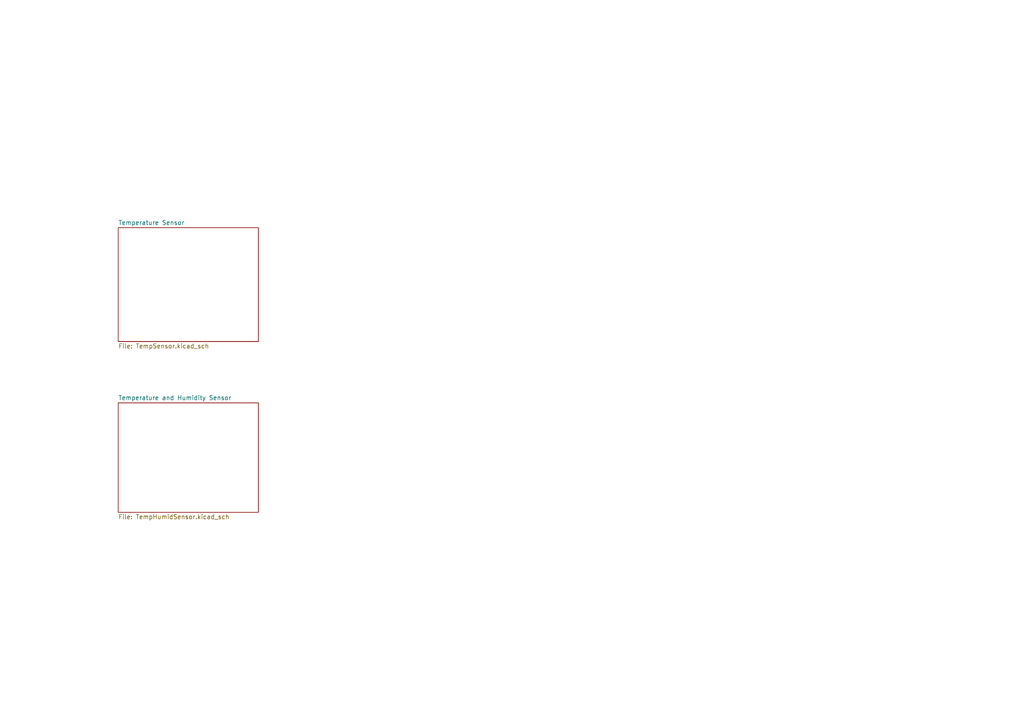
<source format=kicad_sch>
(kicad_sch (version 20230121) (generator eeschema)

  (uuid 0ca6047e-3a57-437d-8b18-e5fa2dae2991)

  (paper "A4")

  (title_block
    (title "HAT Sensor Schematic")
    (date "2023-03-14")
    (rev "2")
    (company "EEE3088F Project")
    (comment 1 "VSTMIC004")
    (comment 2 "NDXTRI021")
    (comment 3 "BYLSAM003")
  )

  (lib_symbols
  )


  (sheet (at 34.29 66.04) (size 40.64 33.02) (fields_autoplaced)
    (stroke (width 0.1524) (type solid))
    (fill (color 0 0 0 0.0000))
    (uuid 3293e0f1-b707-49e7-b554-9e09a069ee7b)
    (property "Sheetname" "Temperature Sensor" (at 34.29 65.3284 0)
      (effects (font (size 1.27 1.27)) (justify left bottom))
    )
    (property "Sheetfile" "TempSensor.kicad_sch" (at 34.29 99.6446 0)
      (effects (font (size 1.27 1.27)) (justify left top))
    )
    (instances
      (project "Project.kicad_sch"
        (path "/0ca6047e-3a57-437d-8b18-e5fa2dae2991" (page "3"))
      )
    )
  )

  (sheet (at 34.29 116.84) (size 40.64 31.75) (fields_autoplaced)
    (stroke (width 0.1524) (type solid))
    (fill (color 0 0 0 0.0000))
    (uuid 750cdcbd-6fc3-4e6f-a24e-97996f98df55)
    (property "Sheetname" "Temperature and Humidity Sensor" (at 34.29 116.1284 0)
      (effects (font (size 1.27 1.27)) (justify left bottom))
    )
    (property "Sheetfile" "TempHumidSensor.kicad_sch" (at 34.29 149.1746 0)
      (effects (font (size 1.27 1.27)) (justify left top))
    )
    (instances
      (project "Project.kicad_sch"
        (path "/0ca6047e-3a57-437d-8b18-e5fa2dae2991" (page "2"))
      )
    )
  )

  (sheet_instances
    (path "/" (page "1"))
  )
)

</source>
